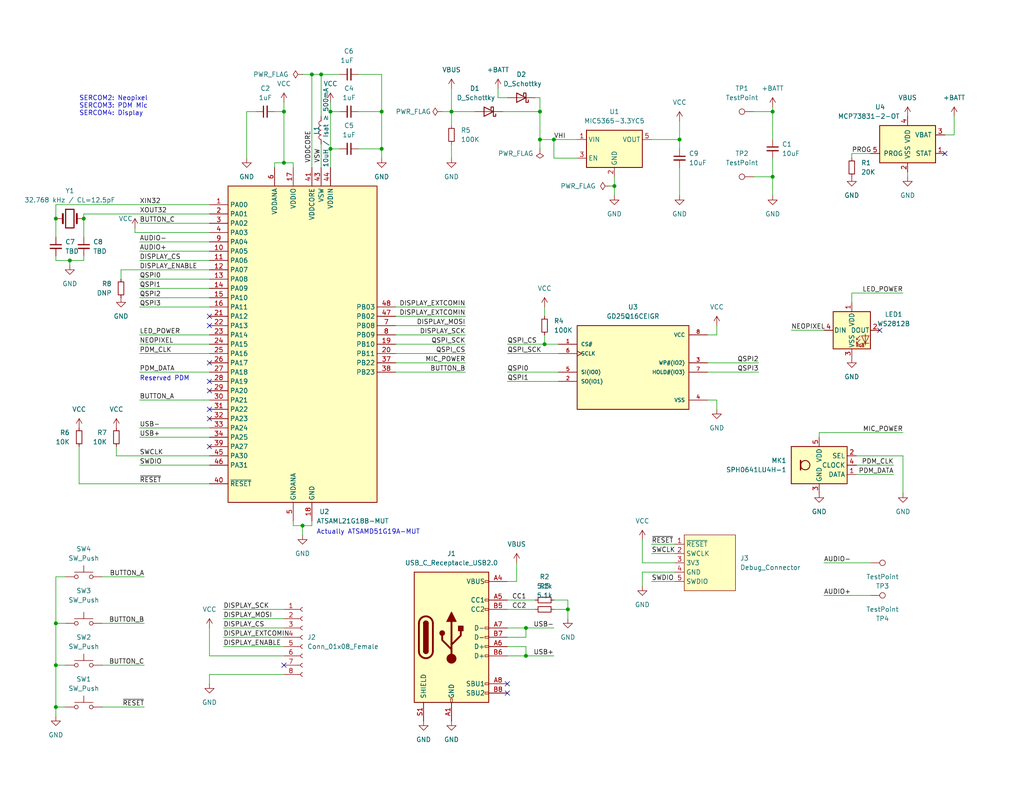
<source format=kicad_sch>
(kicad_sch (version 20211123) (generator eeschema)
  (paper "USLetter")
  (title_block (title "PyPen") (date "2022-03-05") (rev "00") (company "Oddly Specific Objects"))
  (lib_symbols
    (symbol "Battery_Management:MCP73831-2-OT" (pin_names (offset 1.016))
      (property "Reference" "U" (at -7.62 6.35 0))
      (property "Value" "MCP73831-2-OT" (at 1.27 6.35 0))
      (symbol "MCP73831-2-OT_0_1"
        (rectangle (start -7.62 5.08) (end 7.62 -5.08) (stroke (width 0.254)) (fill (type background)))
      )
      (symbol "MCP73831-2-OT_1_1"
        (pin output line (at 10.16 -2.54 180) (length 2.54) (name "STAT") (number "1"))
        (pin power_in line (at 0 -7.62 90) (length 2.54) (name "VSS") (number "2"))
        (pin power_out line (at 10.16 2.54 180) (length 2.54) (name "VBAT") (number "3"))
        (pin power_in line (at 0 7.62 270) (length 2.54) (name "VDD") (number "4"))
        (pin input line (at -10.16 -2.54 0) (length 2.54) (name "PROG") (number "5"))
      )
    )
    (symbol "Connector:Conn_01x08_Female" (pin_names (offset 1.016) hide)
      (property "Reference" "J" (at 0 10.16 0))
      (property "Value" "Conn_01x08_Female" (at 0 -12.7 0))
      (symbol "Conn_01x08_Female_1_1"
        (arc (start 0 -9.652) (mid -0.508 -10.16) (end 0 -10.668) (stroke (width 0.1524)))
        (arc (start 0 -7.112) (mid -0.508 -7.62) (end 0 -8.128) (stroke (width 0.1524)))
        (arc (start 0 -4.572) (mid -0.508 -5.08) (end 0 -5.588) (stroke (width 0.1524)))
        (arc (start 0 -2.032) (mid -0.508 -2.54) (end 0 -3.048) (stroke (width 0.1524)))
        (polyline (pts (xy -1.27 -10.16) (xy -0.508 -10.16)) (stroke (width 0.1524)))
        (polyline (pts (xy -1.27 -7.62) (xy -0.508 -7.62)) (stroke (width 0.1524)))
        (polyline (pts (xy -1.27 -5.08) (xy -0.508 -5.08)) (stroke (width 0.1524)))
        (polyline (pts (xy -1.27 -2.54) (xy -0.508 -2.54)) (stroke (width 0.1524)))
        (polyline (pts (xy -1.27 0) (xy -0.508 0)) (stroke (width 0.1524)))
        (polyline (pts (xy -1.27 2.54) (xy -0.508 2.54)) (stroke (width 0.1524)))
        (polyline (pts (xy -1.27 5.08) (xy -0.508 5.08)) (stroke (width 0.1524)))
        (polyline (pts (xy -1.27 7.62) (xy -0.508 7.62)) (stroke (width 0.1524)))
        (arc (start 0 0.508) (mid -0.508 0) (end 0 -0.508) (stroke (width 0.1524)))
        (arc (start 0 3.048) (mid -0.508 2.54) (end 0 2.032) (stroke (width 0.1524)))
        (arc (start 0 5.588) (mid -0.508 5.08) (end 0 4.572) (stroke (width 0.1524)))
        (arc (start 0 8.128) (mid -0.508 7.62) (end 0 7.112) (stroke (width 0.1524)))
        (pin passive line (at -5.08 7.62 0) (length 3.81) (name "Pin_1") (number "1"))
        (pin passive line (at -5.08 5.08 0) (length 3.81) (name "Pin_2") (number "2"))
        (pin passive line (at -5.08 2.54 0) (length 3.81) (name "Pin_3") (number "3"))
        (pin passive line (at -5.08 0 0) (length 3.81) (name "Pin_4") (number "4"))
        (pin passive line (at -5.08 -2.54 0) (length 3.81) (name "Pin_5") (number "5"))
        (pin passive line (at -5.08 -5.08 0) (length 3.81) (name "Pin_6") (number "6"))
        (pin passive line (at -5.08 -7.62 0) (length 3.81) (name "Pin_7") (number "7"))
        (pin passive line (at -5.08 -10.16 0) (length 3.81) (name "Pin_8") (number "8"))
      )
    )
    (symbol "Connector:TestPoint" (pin_numbers hide) (pin_names (offset 0.762) hide)
      (property "Reference" "TP" (at 0 6.858 0))
      (property "Value" "TestPoint" (at 0 5.08 0))
      (symbol "TestPoint_0_1"
        (circle (center 0 3.302) (radius 0.762))
      )
      (symbol "TestPoint_1_1"
        (pin passive line (at 0 0 90) (length 2.54) (name "1") (number "1"))
      )
    )
    (symbol "Connector:USB_C_Receptacle_USB2.0" (pin_names (offset 1.016))
      (property "Reference" "J" (at -10.16 19.05 0))
      (property "Value" "USB_C_Receptacle_USB2.0" (at 19.05 19.05 0))
      (symbol "USB_C_Receptacle_USB2.0_0_0"
        (rectangle (start -0.254 -17.78) (end 0.254 -16.764))
        (rectangle (start 10.16 -14.986) (end 9.144 -15.494))
        (rectangle (start 10.16 -12.446) (end 9.144 -12.954))
        (rectangle (start 10.16 -4.826) (end 9.144 -5.334))
        (rectangle (start 10.16 -2.286) (end 9.144 -2.794))
        (rectangle (start 10.16 0.254) (end 9.144 -0.254))
        (rectangle (start 10.16 2.794) (end 9.144 2.286))
        (rectangle (start 10.16 7.874) (end 9.144 7.366))
        (rectangle (start 10.16 10.414) (end 9.144 9.906))
        (rectangle (start 10.16 15.494) (end 9.144 14.986))
      )
      (symbol "USB_C_Receptacle_USB2.0_0_1"
        (rectangle (start -10.16 17.78) (end 10.16 -17.78) (stroke (width 0.254)) (fill (type background)))
        (arc (start -8.89 -3.81) (mid -6.985 -5.715) (end -5.08 -3.81) (stroke (width 0.508)))
        (arc (start -7.62 -3.81) (mid -6.985 -4.445) (end -6.35 -3.81) (stroke (width 0.254)))
        (arc (start -7.62 -3.81) (mid -6.985 -4.445) (end -6.35 -3.81) (stroke (width 0.254)) (fill (type outline)))
        (rectangle (start -7.62 -3.81) (end -6.35 3.81) (stroke (width 0.254)) (fill (type outline)))
        (arc (start -6.35 3.81) (mid -6.985 4.445) (end -7.62 3.81) (stroke (width 0.254)))
        (arc (start -6.35 3.81) (mid -6.985 4.445) (end -7.62 3.81) (stroke (width 0.254)) (fill (type outline)))
        (arc (start -5.08 3.81) (mid -6.985 5.715) (end -8.89 3.81) (stroke (width 0.508)))
        (circle (center -2.54 1.143) (radius 0.635) (stroke (width 0.254)) (fill (type outline)))
        (circle (center 0 -5.842) (radius 1.27) (fill (type outline)))
        (polyline (pts (xy -8.89 -3.81) (xy -8.89 3.81)) (stroke (width 0.508)))
        (polyline (pts (xy -5.08 3.81) (xy -5.08 -3.81)) (stroke (width 0.508)))
        (polyline (pts (xy 0 -5.842) (xy 0 4.318)) (stroke (width 0.508)))
        (polyline (pts (xy 0 -3.302) (xy -2.54 -0.762) (xy -2.54 0.508)) (stroke (width 0.508)))
        (polyline (pts (xy 0 -2.032) (xy 2.54 0.508) (xy 2.54 1.778)) (stroke (width 0.508)))
        (polyline (pts (xy -1.27 4.318) (xy 0 6.858) (xy 1.27 4.318) (xy -1.27 4.318)) (stroke (width 0.254)) (fill (type outline)))
        (rectangle (start 1.905 1.778) (end 3.175 3.048) (stroke (width 0.254)) (fill (type outline)))
      )
      (symbol "USB_C_Receptacle_USB2.0_1_1"
        (pin passive line (at 0 -22.86 90) (length 5.08) (name "GND") (number "A1"))
        (pin passive line (at 0 -22.86 90) (length 5.08) hide (name "GND") (number "A12"))
        (pin passive line (at 15.24 15.24 180) (length 5.08) (name "VBUS") (number "A4"))
        (pin bidirectional line (at 15.24 10.16 180) (length 5.08) (name "CC1") (number "A5"))
        (pin bidirectional line (at 15.24 -2.54 180) (length 5.08) (name "D+") (number "A6"))
        (pin bidirectional line (at 15.24 2.54 180) (length 5.08) (name "D-") (number "A7"))
        (pin bidirectional line (at 15.24 -12.7 180) (length 5.08) (name "SBU1") (number "A8"))
        (pin passive line (at 15.24 15.24 180) (length 5.08) hide (name "VBUS") (number "A9"))
        (pin passive line (at 0 -22.86 90) (length 5.08) hide (name "GND") (number "B1"))
        (pin passive line (at 0 -22.86 90) (length 5.08) hide (name "GND") (number "B12"))
        (pin passive line (at 15.24 15.24 180) (length 5.08) hide (name "VBUS") (number "B4"))
        (pin bidirectional line (at 15.24 7.62 180) (length 5.08) (name "CC2") (number "B5"))
        (pin bidirectional line (at 15.24 -5.08 180) (length 5.08) (name "D+") (number "B6"))
        (pin bidirectional line (at 15.24 0 180) (length 5.08) (name "D-") (number "B7"))
        (pin bidirectional line (at 15.24 -15.24 180) (length 5.08) (name "SBU2") (number "B8"))
        (pin passive line (at 15.24 15.24 180) (length 5.08) hide (name "VBUS") (number "B9"))
        (pin passive line (at -7.62 -22.86 90) (length 5.08) (name "SHIELD") (number "S1"))
      )
    )
    (symbol "Device:C_Small" (pin_numbers hide) (pin_names (offset 0.254) hide)
      (property "Reference" "C" (at 0.254 1.778 0))
      (property "Value" "C_Small" (at 0.254 -2.032 0))
      (symbol "C_Small_0_1"
        (polyline (pts (xy -1.524 -0.508) (xy 1.524 -0.508)) (stroke (width 0.3302)))
        (polyline (pts (xy -1.524 0.508) (xy 1.524 0.508)) (stroke (width 0.3048)))
      )
      (symbol "C_Small_1_1"
        (pin passive line (at 0 2.54 270) (length 2.032) (name "~") (number "1"))
        (pin passive line (at 0 -2.54 90) (length 2.032) (name "~") (number "2"))
      )
    )
    (symbol "Device:Crystal" (pin_numbers hide) (pin_names (offset 1.016) hide)
      (property "Reference" "Y" (at 0 3.81 0))
      (property "Value" "Crystal" (at 0 -3.81 0))
      (symbol "Crystal_0_1"
        (rectangle (start -1.143 2.54) (end 1.143 -2.54) (stroke (width 0.3048)))
        (polyline (pts (xy -2.54 0) (xy -1.905 0)))
        (polyline (pts (xy -1.905 -1.27) (xy -1.905 1.27)) (stroke (width 0.508)))
        (polyline (pts (xy 1.905 -1.27) (xy 1.905 1.27)) (stroke (width 0.508)))
        (polyline (pts (xy 2.54 0) (xy 1.905 0)))
      )
      (symbol "Crystal_1_1"
        (pin passive line (at -3.81 0 0) (length 1.27) (name "1") (number "1"))
        (pin passive line (at 3.81 0 180) (length 1.27) (name "2") (number "2"))
      )
    )
    (symbol "Device:D_Schottky" (pin_numbers hide) (pin_names (offset 1.016) hide)
      (property "Reference" "D" (at 0 2.54 0))
      (property "Value" "D_Schottky" (at 0 -2.54 0))
      (symbol "D_Schottky_0_1"
        (polyline (pts (xy 1.27 0) (xy -1.27 0)))
        (polyline (pts (xy 1.27 1.27) (xy 1.27 -1.27) (xy -1.27 0) (xy 1.27 1.27)) (stroke (width 0.254)))
        (polyline (pts (xy -1.905 0.635) (xy -1.905 1.27) (xy -1.27 1.27) (xy -1.27 -1.27) (xy -0.635 -1.27) (xy -0.635 -0.635)) (stroke (width 0.254)))
      )
      (symbol "D_Schottky_1_1"
        (pin passive line (at -3.81 0 0) (length 2.54) (name "K") (number "1"))
        (pin passive line (at 3.81 0 180) (length 2.54) (name "A") (number "2"))
      )
    )
    (symbol "Device:L" (pin_numbers hide) (pin_names (offset 1.016) hide)
      (property "Reference" "L" (at -1.27 0 90))
      (property "Value" "L" (at 1.905 0 90))
      (symbol "L_0_1"
        (arc (start 0 -2.54) (mid 0.635 -1.905) (end 0 -1.27))
        (arc (start 0 -1.27) (mid 0.635 -0.635) (end 0 0))
        (arc (start 0 0) (mid 0.635 0.635) (end 0 1.27))
        (arc (start 0 1.27) (mid 0.635 1.905) (end 0 2.54))
      )
      (symbol "L_1_1"
        (pin passive line (at 0 3.81 270) (length 1.27) (name "1") (number "1"))
        (pin passive line (at 0 -3.81 90) (length 1.27) (name "2") (number "2"))
      )
    )
    (symbol "Device:R_Small" (pin_numbers hide) (pin_names (offset 0.254) hide)
      (property "Reference" "R" (at 0.762 0.508 0))
      (property "Value" "R_Small" (at 0.762 -1.016 0))
      (symbol "R_Small_0_1"
        (rectangle (start -0.762 1.778) (end 0.762 -1.778) (stroke (width 0.2032)))
      )
      (symbol "R_Small_1_1"
        (pin passive line (at 0 2.54 270) (length 0.762) (name "~") (number "1"))
        (pin passive line (at 0 -2.54 90) (length 0.762) (name "~") (number "2"))
      )
    )
    (symbol "GD25Q16CEIGR:GD25Q16CEIGR" (pin_names (offset 1.016))
      (property "Reference" "U" (at -15.24 11.43 0))
      (property "Value" "GD25Q16CEIGR" (at -15.24 -13.97 0))
      (symbol "GD25Q16CEIGR_0_0"
        (rectangle (start -15.24 -12.7) (end 15.24 10.16) (stroke (width 0.254)) (fill (type background)))
        (pin input line (at -20.32 5.08 0) (length 5.08) (name "CS#") (number "1"))
        (pin bidirectional line (at -20.32 -5.08 0) (length 5.08) (name "SO(IO1)") (number "2"))
        (pin bidirectional line (at 20.32 0 180) (length 5.08) (name "WP#(IO2)") (number "3"))
        (pin power_in line (at 20.32 -10.16 180) (length 5.08) (name "VSS") (number "4"))
        (pin bidirectional line (at -20.32 -2.54 0) (length 5.08) (name "SI(IO0)") (number "5"))
        (pin input clock (at -20.32 2.54 0) (length 5.08) (name "SCLK") (number "6"))
        (pin bidirectional line (at 20.32 -2.54 180) (length 5.08) (name "HOLD#(IO3)") (number "7"))
        (pin power_in line (at 20.32 7.62 180) (length 5.08) (name "VCC") (number "8"))
      )
    )
    (symbol "LED:WS2812B" (pin_names (offset 0.254))
      (property "Reference" "D" (at 5.08 5.715 0))
      (property "Value" "WS2812B" (at 1.27 -5.715 0))
      (symbol "WS2812B_0_0"
        (text "RGB" (at 2.286 -4.191 0) (effects (font (size 0.762 0.762))))
      )
      (symbol "WS2812B_0_1"
        (polyline (pts (xy 1.27 -3.556) (xy 1.778 -3.556)))
        (polyline (pts (xy 1.27 -2.54) (xy 1.778 -2.54)))
        (polyline (pts (xy 4.699 -3.556) (xy 2.667 -3.556)))
        (polyline (pts (xy 2.286 -2.54) (xy 1.27 -3.556) (xy 1.27 -3.048)))
        (polyline (pts (xy 2.286 -1.524) (xy 1.27 -2.54) (xy 1.27 -2.032)))
        (polyline (pts (xy 3.683 -1.016) (xy 3.683 -3.556) (xy 3.683 -4.064)))
        (polyline (pts (xy 4.699 -1.524) (xy 2.667 -1.524) (xy 3.683 -3.556) (xy 4.699 -1.524)))
        (rectangle (start 5.08 5.08) (end -5.08 -5.08) (stroke (width 0.254)) (fill (type background)))
      )
      (symbol "WS2812B_1_1"
        (pin power_in line (at 0 7.62 270) (length 2.54) (name "VDD") (number "1"))
        (pin output line (at 7.62 0 180) (length 2.54) (name "DOUT") (number "2"))
        (pin power_in line (at 0 -7.62 90) (length 2.54) (name "VSS") (number "3"))
        (pin input line (at -7.62 0 0) (length 2.54) (name "DIN") (number "4"))
      )
    )
    (symbol "MCU_Microchip_SAML:ATSAML21G18B-MUT"
      (property "Reference" "U" (at -17.78 45.72 0))
      (property "Value" "ATSAML21G18B-MUT" (at -15.24 -45.72 0))
      (symbol "ATSAML21G18B-MUT_0_1"
        (rectangle (start -20.32 43.18) (end 20.32 -43.18) (stroke (width 0.254)) (fill (type background)))
      )
      (symbol "ATSAML21G18B-MUT_1_1"
        (pin bidirectional line (at -25.4 38.1 0) (length 5.08) (name "PA00") (number "1"))
        (pin bidirectional line (at -25.4 25.4 0) (length 5.08) (name "PA05") (number "10"))
        (pin bidirectional line (at -25.4 22.86 0) (length 5.08) (name "PA06") (number "11"))
        (pin bidirectional line (at -25.4 20.32 0) (length 5.08) (name "PA07") (number "12"))
        (pin bidirectional line (at -25.4 17.78 0) (length 5.08) (name "PA08") (number "13"))
        (pin bidirectional line (at -25.4 15.24 0) (length 5.08) (name "PA09") (number "14"))
        (pin bidirectional line (at -25.4 12.7 0) (length 5.08) (name "PA10") (number "15"))
        (pin bidirectional line (at -25.4 10.16 0) (length 5.08) (name "PA11") (number "16"))
        (pin power_in line (at -2.54 48.26 270) (length 5.08) (name "VDDIO") (number "17"))
        (pin power_in line (at 2.54 -48.26 90) (length 5.08) (name "GND") (number "18"))
        (pin bidirectional line (at 25.4 0 180) (length 5.08) (name "PB10") (number "19"))
        (pin bidirectional line (at -25.4 35.56 0) (length 5.08) (name "PA01") (number "2"))
        (pin bidirectional line (at 25.4 -2.54 180) (length 5.08) (name "PB11") (number "20"))
        (pin bidirectional line (at -25.4 7.62 0) (length 5.08) (name "PA12") (number "21"))
        (pin bidirectional line (at -25.4 5.08 0) (length 5.08) (name "PA13") (number "22"))
        (pin bidirectional line (at -25.4 2.54 0) (length 5.08) (name "PA14") (number "23"))
        (pin bidirectional line (at -25.4 0 0) (length 5.08) (name "PA15") (number "24"))
        (pin bidirectional line (at -25.4 -2.54 0) (length 5.08) (name "PA16") (number "25"))
        (pin bidirectional line (at -25.4 -5.08 0) (length 5.08) (name "PA17") (number "26"))
        (pin bidirectional line (at -25.4 -7.62 0) (length 5.08) (name "PA18") (number "27"))
        (pin bidirectional line (at -25.4 -10.16 0) (length 5.08) (name "PA19") (number "28"))
        (pin bidirectional line (at -25.4 -12.7 0) (length 5.08) (name "PA20") (number "29"))
        (pin bidirectional line (at -25.4 33.02 0) (length 5.08) (name "PA02") (number "3"))
        (pin bidirectional line (at -25.4 -15.24 0) (length 5.08) (name "PA21") (number "30"))
        (pin bidirectional line (at -25.4 -17.78 0) (length 5.08) (name "PA22") (number "31"))
        (pin bidirectional line (at -25.4 -20.32 0) (length 5.08) (name "PA23") (number "32"))
        (pin bidirectional line (at -25.4 -22.86 0) (length 5.08) (name "PA24") (number "33"))
        (pin bidirectional line (at -25.4 -25.4 0) (length 5.08) (name "PA25") (number "34"))
        (pin passive line (at 2.54 -48.26 90) (length 5.08) hide (name "GND") (number "35"))
        (pin passive line (at -2.54 48.26 270) (length 5.08) hide (name "VDDIO") (number "36"))
        (pin bidirectional line (at 25.4 -5.08 180) (length 5.08) (name "PB22") (number "37"))
        (pin bidirectional line (at 25.4 -7.62 180) (length 5.08) (name "PB23") (number "38"))
        (pin bidirectional line (at -25.4 -27.94 0) (length 5.08) (name "PA27") (number "39"))
        (pin bidirectional line (at -25.4 30.48 0) (length 5.08) (name "PA03") (number "4"))
        (pin input line (at -25.4 -38.1 0) (length 5.08) (name "~{RESET}") (number "40"))
        (pin power_in line (at 2.54 48.26 270) (length 5.08) (name "VDDCORE") (number "41"))
        (pin passive line (at 2.54 -48.26 90) (length 5.08) hide (name "GND") (number "42"))
        (pin power_out line (at 5.08 48.26 270) (length 5.08) (name "VSW") (number "43"))
        (pin power_in line (at 7.62 48.26 270) (length 5.08) (name "VDDIN") (number "44"))
        (pin bidirectional line (at -25.4 -30.48 0) (length 5.08) (name "PA30") (number "45"))
        (pin bidirectional line (at -25.4 -33.02 0) (length 5.08) (name "PA31") (number "46"))
        (pin bidirectional line (at 25.4 7.62 180) (length 5.08) (name "PB02") (number "47"))
        (pin bidirectional line (at 25.4 10.16 180) (length 5.08) (name "PB03") (number "48"))
        (pin power_in line (at -2.54 -48.26 90) (length 5.08) (name "GNDANA") (number "5"))
        (pin power_in line (at -7.62 48.26 270) (length 5.08) (name "VDDANA") (number "6"))
        (pin bidirectional line (at 25.4 5.08 180) (length 5.08) (name "PB08") (number "7"))
        (pin bidirectional line (at 25.4 2.54 180) (length 5.08) (name "PB09") (number "8"))
        (pin bidirectional line (at -25.4 27.94 0) (length 5.08) (name "PA04") (number "9"))
      )
    )
    (symbol "Oddly_Specific:Debug_Connector" (in_bom no)
      (property "Reference" "J" (at 0 -10.16 0))
      (property "Value" "Debug_Connector" (at 0 8.89 0))
      (symbol "Debug_Connector_0_1"
        (rectangle (start -7.62 7.62) (end 6.35 -7.62) (fill (type background)))
      )
      (symbol "Debug_Connector_1_1"
        (pin bidirectional line (at -10.16 5.08 0) (length 2.54) (name "~{RESET}") (number "1"))
        (pin bidirectional line (at -10.16 2.54 0) (length 2.54) (name "SWCLK") (number "2"))
        (pin power_in line (at -10.16 0 0) (length 2.54) (name "3V3") (number "3"))
        (pin power_in line (at -10.16 -2.54 0) (length 2.54) (name "GND") (number "4"))
        (pin bidirectional line (at -10.16 -5.08 0) (length 2.54) (name "SWDIO") (number "5"))
      )
    )
    (symbol "Regulator_Linear:MIC5365-3.3YC5"
      (property "Reference" "U" (at -6.35 6.35 0))
      (property "Value" "MIC5365-3.3YC5" (at 0 6.35 0))
      (symbol "MIC5365-3.3YC5_0_1"
        (rectangle (start -7.62 -5.08) (end 7.62 5.08) (stroke (width 0.254)) (fill (type background)))
      )
      (symbol "MIC5365-3.3YC5_1_1"
        (pin power_in line (at -10.16 2.54 0) (length 2.54) (name "VIN") (number "1"))
        (pin power_in line (at 0 -7.62 90) (length 2.54) (name "GND") (number "2"))
        (pin input line (at -10.16 -2.54 0) (length 2.54) (name "EN") (number "3"))
        (pin no_connect line (at 7.62 -2.54 180) (length 2.54) hide (name "NC") (number "4"))
        (pin power_out line (at 10.16 2.54 180) (length 2.54) (name "VOUT") (number "5"))
      )
    )
    (symbol "Sensor_Audio:SPH0641LU4H-1"
      (property "Reference" "MK" (at 5.08 6.35 0))
      (property "Value" "SPH0641LU4H-1" (at 8.89 -6.35 0))
      (symbol "SPH0641LU4H-1_1_1"
        (rectangle (start -7.62 5.08) (end 7.62 -5.08) (stroke (width 0.254)) (fill (type background)))
        (circle (center -3.81 0) (radius 1.27) (stroke (width 0.254)))
        (polyline (pts (xy -5.08 1.27) (xy -5.08 -1.27)) (stroke (width 0.381)))
        (pin output line (at 10.16 -2.54 180) (length 2.54) (name "DATA") (number "1"))
        (pin input line (at 10.16 2.54 180) (length 2.54) (name "SEL") (number "2"))
        (pin power_in line (at 0 -7.62 90) (length 2.54) (name "GND") (number "3"))
        (pin input line (at 10.16 0 180) (length 2.54) (name "CLOCK") (number "4"))
        (pin power_in line (at 0 7.62 270) (length 2.54) (name "VDD") (number "5"))
      )
    )
    (symbol "Switch:SW_Push" (pin_numbers hide) (pin_names (offset 1.016) hide)
      (property "Reference" "SW" (at 1.27 2.54 0))
      (property "Value" "SW_Push" (at 0 -1.524 0))
      (symbol "SW_Push_0_1"
        (circle (center -2.032 0) (radius 0.508))
        (polyline (pts (xy 0 1.27) (xy 0 3.048)))
        (polyline (pts (xy 2.54 1.27) (xy -2.54 1.27)))
        (circle (center 2.032 0) (radius 0.508))
        (pin passive line (at -5.08 0 0) (length 2.54) (name "1") (number "1"))
        (pin passive line (at 5.08 0 180) (length 2.54) (name "2") (number "2"))
      )
    )
    (symbol "power:+BATT" (power) (pin_names (offset 0))
      (property "Value" "+BATT" (at 0 3.556 0))
      (symbol "+BATT_0_1"
        (polyline (pts (xy -0.762 1.27) (xy 0 2.54)))
        (polyline (pts (xy 0 0) (xy 0 2.54)))
        (polyline (pts (xy 0 2.54) (xy 0.762 1.27)))
      )
      (symbol "+BATT_1_1"
        (pin power_in line (at 0 0 90) (length 0) hide (name "+BATT") (number "1"))
      )
    )
    (symbol "power:GND" (power) (pin_names (offset 0))
      (property "Value" "GND" (at 0 -3.81 0))
      (symbol "GND_0_1"
        (polyline (pts (xy 0 0) (xy 0 -1.27) (xy 1.27 -1.27) (xy 0 -2.54) (xy -1.27 -1.27) (xy 0 -1.27)))
      )
      (symbol "GND_1_1"
        (pin power_in line (at 0 0 270) (length 0) hide (name "GND") (number "1"))
      )
    )
    (symbol "power:PWR_FLAG" (power) (pin_numbers hide) (pin_names (offset 0) hide)
      (property "Value" "PWR_FLAG" (at 0 3.81 0))
      (symbol "PWR_FLAG_0_0"
        (pin power_out line (at 0 0 90) (length 0) (name "pwr") (number "1"))
      )
      (symbol "PWR_FLAG_0_1"
        (polyline (pts (xy 0 0) (xy 0 1.27) (xy -1.016 1.905) (xy 0 2.54) (xy 1.016 1.905) (xy 0 1.27)))
      )
    )
    (symbol "power:VBUS" (power) (pin_names (offset 0))
      (property "Value" "VBUS" (at 0 3.81 0))
      (symbol "VBUS_0_1"
        (polyline (pts (xy -0.762 1.27) (xy 0 2.54)))
        (polyline (pts (xy 0 0) (xy 0 2.54)))
        (polyline (pts (xy 0 2.54) (xy 0.762 1.27)))
      )
      (symbol "VBUS_1_1"
        (pin power_in line (at 0 0 90) (length 0) hide (name "VBUS") (number "1"))
      )
    )
    (symbol "power:VCC" (power) (pin_names (offset 0))
      (property "Value" "VCC" (at 0 3.81 0))
      (symbol "VCC_0_1"
        (polyline (pts (xy -0.762 1.27) (xy 0 2.54)))
        (polyline (pts (xy 0 0) (xy 0 2.54)))
        (polyline (pts (xy 0 2.54) (xy 0.762 1.27)))
      )
      (symbol "VCC_1_1"
        (pin power_in line (at 0 0 90) (length 0) hide (name "VCC") (number "1"))
      )
    )
  )
  (junction (at 15.24 193.04))
  (junction (at 148.59 93.98))
  (junction (at 147.32 30.48))
  (junction (at 85.09 20.32))
  (junction (at 104.14 30.48))
  (junction (at 154.94 166.37))
  (junction (at 167.64 50.8))
  (junction (at 210.82 30.48))
  (junction (at 15.24 59.69))
  (junction (at 15.24 181.61))
  (junction (at 19.05 71.12))
  (junction (at 123.19 30.48))
  (junction (at 143.51 179.07))
  (junction (at 147.32 38.1))
  (junction (at 87.63 20.32))
  (junction (at 22.86 59.69))
  (junction (at 185.42 38.1))
  (junction (at 104.14 40.64))
  (junction (at 90.17 40.64))
  (junction (at 143.51 171.45))
  (junction (at 82.55 143.51))
  (junction (at 151.13 38.1))
  (junction (at 15.24 170.18))
  (junction (at 77.47 44.45))
  (junction (at 210.82 48.26))
  (junction (at 77.47 30.48))
  (junction (at 90.17 30.48))
  (no_connect (at 57.15 121.92))
  (no_connect (at 57.15 99.06))
  (no_connect (at 257.81 41.91))
  (no_connect (at 57.15 114.3))
  (no_connect (at 57.15 86.36))
  (no_connect (at 57.15 104.14))
  (no_connect (at 138.43 189.23))
  (no_connect (at 138.43 186.69))
  (no_connect (at 77.47 181.61))
  (no_connect (at 57.15 88.9))
  (no_connect (at 57.15 111.76))
  (no_connect (at 57.15 106.68))
  (no_connect (at 240.03 90.17))
  (wire (pts (xy 246.38 80.01) (xy 232.41 80.01)))
  (wire (pts (xy 38.1 93.98) (xy 57.15 93.98)))
  (wire (pts (xy 154.94 163.83) (xy 154.94 166.37)))
  (wire (pts (xy 15.24 71.12) (xy 19.05 71.12)))
  (wire (pts (xy 223.52 118.11) (xy 246.38 118.11)))
  (wire (pts (xy 27.94 170.18) (xy 39.37 170.18)))
  (wire (pts (xy 22.86 59.69) (xy 22.86 64.77)))
  (wire (pts (xy 82.55 20.32) (xy 85.09 20.32)))
  (wire (pts (xy 148.59 93.98) (xy 152.4 93.98)))
  (wire (pts (xy 151.13 43.18) (xy 151.13 38.1)))
  (wire (pts (xy 57.15 58.42) (xy 22.86 58.42)))
  (wire (pts (xy 21.59 121.92) (xy 21.59 132.08)))
  (wire (pts (xy 138.43 163.83) (xy 146.05 163.83)))
  (wire (pts (xy 85.09 20.32) (xy 87.63 20.32)))
  (wire (pts (xy 67.31 30.48) (xy 67.31 43.18)))
  (wire (pts (xy 167.64 53.34) (xy 167.64 50.8)))
  (wire (pts (xy 38.1 91.44) (xy 57.15 91.44)))
  (wire (pts (xy 246.38 124.46) (xy 246.38 134.62)))
  (wire (pts (xy 193.04 99.06) (xy 207.01 99.06)))
  (wire (pts (xy 143.51 176.53) (xy 143.51 179.07)))
  (wire (pts (xy 138.43 104.14) (xy 152.4 104.14)))
  (wire (pts (xy 90.17 30.48) (xy 92.71 30.48)))
  (wire (pts (xy 232.41 41.91) (xy 237.49 41.91)))
  (wire (pts (xy 107.95 86.36) (xy 127 86.36)))
  (wire (pts (xy 38.1 116.84) (xy 57.15 116.84)))
  (wire (pts (xy 135.89 24.13) (xy 135.89 26.67)))
  (wire (pts (xy 57.15 101.6) (xy 38.1 101.6)))
  (wire (pts (xy 15.24 170.18) (xy 15.24 181.61)))
  (wire (pts (xy 233.68 124.46) (xy 246.38 124.46)))
  (wire (pts (xy 185.42 53.34) (xy 185.42 45.72)))
  (wire (pts (xy 148.59 91.44) (xy 148.59 93.98)))
  (wire (pts (xy 138.43 93.98) (xy 148.59 93.98)))
  (wire (pts (xy 57.15 184.15) (xy 77.47 184.15)))
  (wire (pts (xy 57.15 96.52) (xy 38.1 96.52)))
  (wire (pts (xy 38.1 127) (xy 57.15 127)))
  (wire (pts (xy 57.15 179.07) (xy 77.47 179.07)))
  (wire (pts (xy 127 101.6) (xy 107.95 101.6)))
  (wire (pts (xy 154.94 166.37) (xy 154.94 168.91)))
  (wire (pts (xy 135.89 26.67) (xy 138.43 26.67)))
  (wire (pts (xy 27.94 181.61) (xy 39.37 181.61)))
  (wire (pts (xy 80.01 45.72) (xy 80.01 44.45)))
  (wire (pts (xy 237.49 162.56) (xy 224.79 162.56)))
  (wire (pts (xy 233.68 129.54) (xy 243.84 129.54)))
  (wire (pts (xy 138.43 158.75) (xy 140.97 158.75)))
  (wire (pts (xy 27.94 193.04) (xy 39.37 193.04)))
  (wire (pts (xy 38.1 119.38) (xy 57.15 119.38)))
  (wire (pts (xy 147.32 30.48) (xy 147.32 38.1)))
  (wire (pts (xy 247.65 48.26) (xy 247.65 46.99)))
  (wire (pts (xy 177.8 151.13) (xy 184.15 151.13)))
  (wire (pts (xy 36.83 62.23) (xy 36.83 63.5)))
  (wire (pts (xy 195.58 109.22) (xy 195.58 111.76)))
  (wire (pts (xy 260.35 36.83) (xy 260.35 31.75)))
  (wire (pts (xy 22.86 58.42) (xy 22.86 59.69)))
  (wire (pts (xy 15.24 193.04) (xy 17.78 193.04)))
  (wire (pts (xy 127 99.06) (xy 107.95 99.06)))
  (wire (pts (xy 147.32 38.1) (xy 151.13 38.1)))
  (wire (pts (xy 60.96 173.99) (xy 77.47 173.99)))
  (wire (pts (xy 38.1 60.96) (xy 57.15 60.96)))
  (wire (pts (xy 138.43 173.99) (xy 143.51 173.99)))
  (wire (pts (xy 175.26 153.67) (xy 175.26 147.32)))
  (wire (pts (xy 21.59 132.08) (xy 57.15 132.08)))
  (wire (pts (xy 60.96 166.37) (xy 77.47 166.37)))
  (wire (pts (xy 97.79 40.64) (xy 104.14 40.64)))
  (wire (pts (xy 157.48 43.18) (xy 151.13 43.18)))
  (wire (pts (xy 38.1 76.2) (xy 57.15 76.2)))
  (wire (pts (xy 184.15 156.21) (xy 175.26 156.21)))
  (wire (pts (xy 123.19 24.13) (xy 123.19 30.48)))
  (wire (pts (xy 97.79 30.48) (xy 104.14 30.48)))
  (wire (pts (xy 146.05 26.67) (xy 147.32 26.67)))
  (wire (pts (xy 60.96 171.45) (xy 77.47 171.45)))
  (wire (pts (xy 107.95 93.98) (xy 127 93.98)))
  (wire (pts (xy 177.8 38.1) (xy 185.42 38.1)))
  (wire (pts (xy 210.82 48.26) (xy 210.82 53.34)))
  (wire (pts (xy 151.13 166.37) (xy 154.94 166.37)))
  (wire (pts (xy 232.41 82.55) (xy 232.41 80.01)))
  (wire (pts (xy 107.95 91.44) (xy 127 91.44)))
  (wire (pts (xy 143.51 179.07) (xy 151.13 179.07)))
  (wire (pts (xy 77.47 44.45) (xy 74.93 44.45)))
  (wire (pts (xy 138.43 96.52) (xy 152.4 96.52)))
  (wire (pts (xy 138.43 171.45) (xy 143.51 171.45)))
  (wire (pts (xy 120.65 30.48) (xy 123.19 30.48)))
  (wire (pts (xy 57.15 81.28) (xy 38.1 81.28)))
  (wire (pts (xy 177.8 148.59) (xy 184.15 148.59)))
  (wire (pts (xy 17.78 157.48) (xy 15.24 157.48)))
  (wire (pts (xy 90.17 30.48) (xy 90.17 40.64)))
  (wire (pts (xy 123.19 30.48) (xy 129.54 30.48)))
  (wire (pts (xy 22.86 69.85) (xy 22.86 71.12)))
  (wire (pts (xy 57.15 184.15) (xy 57.15 186.69)))
  (wire (pts (xy 87.63 39.37) (xy 87.63 45.72)))
  (wire (pts (xy 82.55 143.51) (xy 80.01 143.51)))
  (wire (pts (xy 223.52 119.38) (xy 223.52 118.11)))
  (wire (pts (xy 38.1 78.74) (xy 57.15 78.74)))
  (wire (pts (xy 104.14 30.48) (xy 104.14 40.64)))
  (wire (pts (xy 15.24 195.58) (xy 15.24 193.04)))
  (wire (pts (xy 22.86 71.12) (xy 19.05 71.12)))
  (wire (pts (xy 185.42 33.02) (xy 185.42 38.1)))
  (wire (pts (xy 85.09 143.51) (xy 82.55 143.51)))
  (wire (pts (xy 157.48 38.1) (xy 151.13 38.1)))
  (wire (pts (xy 193.04 109.22) (xy 195.58 109.22)))
  (wire (pts (xy 74.93 30.48) (xy 77.47 30.48)))
  (wire (pts (xy 27.94 157.48) (xy 39.37 157.48)))
  (wire (pts (xy 232.41 43.18) (xy 232.41 41.91)))
  (wire (pts (xy 17.78 181.61) (xy 15.24 181.61)))
  (wire (pts (xy 184.15 153.67) (xy 175.26 153.67)))
  (wire (pts (xy 166.37 50.8) (xy 167.64 50.8)))
  (wire (pts (xy 82.55 143.51) (xy 82.55 146.05)))
  (wire (pts (xy 210.82 30.48) (xy 210.82 38.1)))
  (wire (pts (xy 147.32 26.67) (xy 147.32 30.48)))
  (wire (pts (xy 85.09 20.32) (xy 85.09 45.72)))
  (wire (pts (xy 31.75 121.92) (xy 31.75 124.46)))
  (wire (pts (xy 195.58 91.44) (xy 195.58 88.9)))
  (wire (pts (xy 123.19 30.48) (xy 123.19 34.29)))
  (wire (pts (xy 90.17 27.94) (xy 90.17 30.48)))
  (wire (pts (xy 143.51 173.99) (xy 143.51 171.45)))
  (wire (pts (xy 127 83.82) (xy 107.95 83.82)))
  (wire (pts (xy 31.75 124.46) (xy 57.15 124.46)))
  (wire (pts (xy 87.63 20.32) (xy 87.63 31.75)))
  (wire (pts (xy 74.93 44.45) (xy 74.93 45.72)))
  (wire (pts (xy 77.47 27.94) (xy 77.47 30.48)))
  (wire (pts (xy 147.32 38.1) (xy 147.32 40.64)))
  (wire (pts (xy 17.78 170.18) (xy 15.24 170.18)))
  (wire (pts (xy 57.15 171.45) (xy 57.15 179.07)))
  (wire (pts (xy 90.17 40.64) (xy 90.17 45.72)))
  (wire (pts (xy 104.14 40.64) (xy 104.14 43.18)))
  (wire (pts (xy 33.02 73.66) (xy 57.15 73.66)))
  (wire (pts (xy 57.15 55.88) (xy 15.24 55.88)))
  (wire (pts (xy 36.83 63.5) (xy 57.15 63.5)))
  (wire (pts (xy 177.8 158.75) (xy 184.15 158.75)))
  (wire (pts (xy 138.43 101.6) (xy 152.4 101.6)))
  (wire (pts (xy 167.64 50.8) (xy 167.64 48.26)))
  (wire (pts (xy 137.16 30.48) (xy 147.32 30.48)))
  (wire (pts (xy 138.43 166.37) (xy 146.05 166.37)))
  (wire (pts (xy 143.51 171.45) (xy 151.13 171.45)))
  (wire (pts (xy 107.95 96.52) (xy 127 96.52)))
  (wire (pts (xy 215.9 90.17) (xy 224.79 90.17)))
  (wire (pts (xy 138.43 179.07) (xy 143.51 179.07)))
  (wire (pts (xy 205.74 48.26) (xy 210.82 48.26)))
  (wire (pts (xy 233.68 127) (xy 243.84 127)))
  (wire (pts (xy 210.82 43.18) (xy 210.82 48.26)))
  (wire (pts (xy 60.96 168.91) (xy 77.47 168.91)))
  (wire (pts (xy 33.02 76.2) (xy 33.02 73.66)))
  (wire (pts (xy 104.14 20.32) (xy 104.14 30.48)))
  (wire (pts (xy 38.1 68.58) (xy 57.15 68.58)))
  (wire (pts (xy 205.74 30.48) (xy 210.82 30.48)))
  (wire (pts (xy 210.82 29.21) (xy 210.82 30.48)))
  (wire (pts (xy 60.96 176.53) (xy 77.47 176.53)))
  (wire (pts (xy 15.24 181.61) (xy 15.24 193.04)))
  (wire (pts (xy 15.24 69.85) (xy 15.24 71.12)))
  (wire (pts (xy 80.01 44.45) (xy 77.47 44.45)))
  (wire (pts (xy 257.81 36.83) (xy 260.35 36.83)))
  (wire (pts (xy 107.95 88.9) (xy 127 88.9)))
  (wire (pts (xy 77.47 30.48) (xy 77.47 44.45)))
  (wire (pts (xy 123.19 43.18) (xy 123.19 39.37)))
  (wire (pts (xy 97.79 20.32) (xy 104.14 20.32)))
  (wire (pts (xy 90.17 40.64) (xy 92.71 40.64)))
  (wire (pts (xy 138.43 176.53) (xy 143.51 176.53)))
  (wire (pts (xy 237.49 153.67) (xy 224.79 153.67)))
  (wire (pts (xy 80.01 143.51) (xy 80.01 142.24)))
  (wire (pts (xy 57.15 83.82) (xy 38.1 83.82)))
  (wire (pts (xy 38.1 71.12) (xy 57.15 71.12)))
  (wire (pts (xy 175.26 156.21) (xy 175.26 160.02)))
  (wire (pts (xy 15.24 59.69) (xy 15.24 64.77)))
  (wire (pts (xy 69.85 30.48) (xy 67.31 30.48)))
  (wire (pts (xy 140.97 158.75) (xy 140.97 153.67)))
  (wire (pts (xy 19.05 71.12) (xy 19.05 72.39)))
  (wire (pts (xy 148.59 83.82) (xy 148.59 86.36)))
  (wire (pts (xy 38.1 66.04) (xy 57.15 66.04)))
  (wire (pts (xy 38.1 109.22) (xy 57.15 109.22)))
  (wire (pts (xy 193.04 91.44) (xy 195.58 91.44)))
  (wire (pts (xy 15.24 55.88) (xy 15.24 59.69)))
  (wire (pts (xy 87.63 20.32) (xy 92.71 20.32)))
  (wire (pts (xy 151.13 163.83) (xy 154.94 163.83)))
  (wire (pts (xy 193.04 101.6) (xy 207.01 101.6)))
  (wire (pts (xy 185.42 38.1) (xy 185.42 40.64)))
  (wire (pts (xy 15.24 170.18) (xy 15.24 157.48)))
  (wire (pts (xy 85.09 142.24) (xy 85.09 143.51)))
  (text "SERCOM2: Neopixel\nSERCOM3: PDM Mic\nSERCOM4: Display\n" (at 21.59 31.75 0) (effects (font (size 1.27 1.27)) (justify left bottom)))
  (text "Actually ATSAMD51G19A-MUT" (at 86.36 146.05 0) (effects (font (size 1.27 1.27)) (justify left bottom)))
  (text "Reserved PDM" (at 38.1 104.14 0) (effects (font (size 1.27 1.27)) (justify left bottom)))
  (label "USB-" (at 38.1 116.84 0))
  (label "PDM_DATA" (at 243.84 129.54 180))
  (label "USB+" (at 151.13 179.07 180))
  (label "~{RESET}" (at 38.1 132.08 0))
  (label "LED_POWER" (at 38.1 91.44 0))
  (label "VHI" (at 151.13 38.1 0))
  (label "BUTTON_B" (at 127 101.6 180))
  (label "QSPI0" (at 38.1 76.2 0))
  (label "MIC_POWER" (at 127 99.06 180))
  (label "CC1" (at 139.7 163.83 0))
  (label "PROG" (at 232.41 41.91 0))
  (label "BUTTON_B" (at 39.37 170.18 180))
  (label "PDM_DATA" (at 38.1 101.6 0))
  (label "SWCLK" (at 38.1 124.46 0))
  (label "AUDIO-" (at 224.79 153.67 0))
  (label "QSPI1" (at 138.43 104.14 0))
  (label "QSPI3" (at 38.1 83.82 0))
  (label "DISPLAY_MOSI" (at 60.96 168.91 0))
  (label "QSPI3" (at 207.01 101.6 180))
  (label "QSPI2" (at 207.01 99.06 180))
  (label "XIN32" (at 38.1 55.88 0))
  (label "QSPI2" (at 38.1 81.28 0))
  (label "DISPLAY_CS" (at 60.96 171.45 0))
  (label "NEOPIXEL" (at 38.1 93.98 0))
  (label "QSPI_CS" (at 138.43 93.98 0))
  (label "VDDCORE" (at 85.09 44.45 90))
  (label "PDM_CLK" (at 38.1 96.52 0))
  (label "AUDIO+" (at 224.79 162.56 0))
  (label "DISPLAY_SCK" (at 127 91.44 180))
  (label "BUTTON_A" (at 39.37 157.48 180))
  (label "QSPI_SCK" (at 127 93.98 180))
  (label "MIC_POWER" (at 246.38 118.11 180))
  (label "USB-" (at 151.13 171.45 180))
  (label "CC2" (at 139.7 166.37 0))
  (label "DISPLAY_ENABLE" (at 60.96 176.53 0))
  (label "SWCLK" (at 177.8 151.13 0))
  (label "~{RESET}" (at 177.8 148.59 0))
  (label "SWDIO" (at 38.1 127 0))
  (label "DISPLAY_EXTCOMIN" (at 60.96 173.99 0))
  (label "LED_POWER" (at 246.38 80.01 180))
  (label "PDM_CLK" (at 243.84 127 180))
  (label "USB+" (at 38.1 119.38 0))
  (label "QSPI0" (at 138.43 101.6 0))
  (label "BUTTON_C" (at 38.1 60.96 0))
  (label "SWDIO" (at 177.8 158.75 0))
  (label "DISPLAY_SCK" (at 60.96 166.37 0))
  (label "DISPLAY_CS" (at 38.1 71.12 0))
  (label "BUTTON_A" (at 38.1 109.22 0))
  (label "DISPLAY_ENABLE" (at 38.1 73.66 0))
  (label "~{RESET}" (at 39.37 193.04 180))
  (label "AUDIO+" (at 38.1 68.58 0))
  (label "DISPLAY_EXTCOMIN" (at 127 83.82 180))
  (label "NEOPIXEL" (at 215.9 90.17 0))
  (label "DISPLAY_EXTCOMIN" (at 127 86.36 180))
  (label "QSPI_SCK" (at 138.43 96.52 0))
  (label "DISPLAY_MOSI" (at 127 88.9 180))
  (label "QSPI_CS" (at 127 96.52 180))
  (label "BUTTON_C" (at 39.37 181.61 180))
  (label "XOUT32" (at 38.1 58.42 0))
  (label "AUDIO-" (at 38.1 66.04 0))
  (label "VSW" (at 87.63 44.45 90))
  (label "QSPI1" (at 38.1 78.74 0))
  (symbol (lib_id "Regulator_Linear:MIC5365-3.3YC5") (at 167.64 40.64 0) (unit 1)
    (property "Reference" "U1" (at 167.64 30.48 0))
    (property "Value" "MIC5365-3.3YC5" (at 167.64 33.02 0))
    (property "Footprint" "Package_TO_SOT_SMD:SOT-353_SC-70-5" (effects hide))
    (property "Datasheet" "http://ww1.microchip.com/downloads/en/DeviceDoc/mic5365.pdf" (effects hide))
  )
  (symbol (lib_id "Device:R_Small") (at 148.59 166.37 90) (unit 1)
    (property "Reference" "R3" (at 148.59 160.02 90))
    (property "Value" "5.1k" (at 148.59 162.56 90))
    (property "Footprint" "Resistor_SMD:R_0603_1608Metric" (effects hide))
  )
  (symbol (lib_id "power:+BATT") (at 260.35 31.75 0) (unit 1)
    (property "Reference" "#PWR0129" (effects hide))
    (property "Value" "+BATT" (at 260.35 26.67 0))
  )
  (symbol (lib_id "Battery_Management:MCP73831-2-OT") (at 247.65 39.37 0) (unit 1)
    (property "Reference" "U4" (at 238.76 29.21 0) (effects (justify left)))
    (property "Value" "MCP73831-2-OT" (at 228.6 31.75 0) (effects (justify left)))
    (property "Footprint" "Package_TO_SOT_SMD:SOT-23-5" (effects hide))
    (property "Datasheet" "http://ww1.microchip.com/downloads/en/DeviceDoc/20001984g.pdf" (effects hide))
  )
  (symbol (lib_id "Device:Crystal") (at 19.05 59.69 0) (unit 1)
    (property "Reference" "Y1" (at 19.05 52.07 0))
    (property "Value" "32.768 kHz / CL=12.5pF" (at 19.05 54.61 0))
    (property "Footprint" "Crystal:Crystal_SMD_2012-2Pin_2.0x1.2mm" (effects hide))
  )
  (symbol (lib_id "power:VCC") (at 21.59 116.84 0) (unit 1)
    (property "Reference" "#PWR0135" (effects hide))
    (property "Value" "VCC" (at 21.59 111.76 0))
  )
  (symbol (lib_id "power:GND") (at 15.24 195.58 0) (unit 1)
    (property "Reference" "#PWR0101" (effects hide))
    (property "Value" "GND" (at 15.24 200.66 0))
  )
  (symbol (lib_id "Connector:TestPoint") (at 205.74 48.26 90) (unit 1)
    (property "Reference" "TP2" (at 202.438 41.91 90))
    (property "Value" "TestPoint" (at 202.438 44.45 90))
    (property "Footprint" "TestPoint:TestPoint_Keystone_5019_Minature" (effects hide))
  )
  (symbol (lib_id "power:PWR_FLAG") (at 166.37 50.8 90) (unit 1)
    (property "Reference" "#FLG0102" (effects hide))
    (property "Value" "PWR_FLAG" (at 162.56 50.7999 90) (effects (justify left)))
  )
  (symbol (lib_id "power:GND") (at 104.14 43.18 0) (unit 1)
    (property "Reference" "#PWR0109" (effects hide))
    (property "Value" "GND" (at 104.14 48.26 0))
  )
  (symbol (lib_id "power:GND") (at 123.19 196.85 0) (unit 1)
    (property "Reference" "#PWR0112" (effects hide))
    (property "Value" "GND" (at 123.19 201.93 0))
  )
  (symbol (lib_id "power:VCC") (at 90.17 27.94 0) (unit 1)
    (property "Reference" "#PWR0114" (effects hide))
    (property "Value" "VCC" (at 90.17 22.86 0))
  )
  (symbol (lib_id "power:VCC") (at 57.15 171.45 0) (unit 1)
    (property "Reference" "#PWR0117" (effects hide))
    (property "Value" "VCC" (at 57.15 166.37 0))
  )
  (symbol (lib_id "power:VCC") (at 36.83 62.23 0) (unit 1)
    (property "Reference" "#PWR0122" (effects hide))
    (property "Value" "VCC" (at 34.29 59.69 0))
  )
  (symbol (lib_id "Device:C_Small") (at 72.39 30.48 90) (unit 1)
    (property "Reference" "C2" (at 72.3963 24.13 90))
    (property "Value" "1uF" (at 72.3963 26.67 90))
    (property "Footprint" "Capacitor_SMD:C_0603_1608Metric" (effects hide))
  )
  (symbol (lib_id "Connector:Conn_01x08_Female") (at 82.55 173.99 0) (unit 1)
    (property "Reference" "J2" (at 83.82 173.9899 0) (effects (justify left)))
    (property "Value" "Conn_01x08_Female" (at 83.82 176.5299 0) (effects (justify left)))
    (property "Footprint" "Connector_FFC-FPC:TE_0-1734839-8_1x08-1MP_P0.5mm_Horizontal" (effects hide))
  )
  (symbol (lib_id "power:GND") (at 247.65 48.26 0) (unit 1)
    (property "Reference" "#PWR0126" (effects hide))
    (property "Value" "GND" (at 247.65 53.34 0))
  )
  (symbol (lib_id "Device:D_Schottky") (at 142.24 26.67 180) (unit 1)
    (property "Reference" "D2" (at 142.24 20.32 0))
    (property "Value" "D_Schottky" (at 142.5575 22.86 0))
    (property "Footprint" "Diode_SMD:D_SOD-323" (effects hide))
  )
  (symbol (lib_id "power:VBUS") (at 140.97 153.67 0) (unit 1)
    (property "Reference" "#PWR0113" (effects hide))
    (property "Value" "VBUS" (at 140.97 148.59 0))
  )
  (symbol (lib_id "power:GND") (at 195.58 111.76 0) (unit 1)
    (property "Reference" "#PWR0121" (effects hide))
    (property "Value" "GND" (at 195.58 116.84 0))
  )
  (symbol (lib_id "GD25Q16CEIGR:GD25Q16CEIGR") (at 172.72 99.06 0) (unit 1)
    (property "Reference" "U3" (at 172.72 83.82 0))
    (property "Value" "GD25Q16CEIGR" (at 172.72 86.36 0))
    (property "Footprint" "SPI_Flash:PSON50P200X300X50-9N" (effects hide))
    (property "MANUFACTURER" "GigaDevice" (effects hide))
    (property "PARTREV" "3.0" (effects hide))
    (property "STANDARD" "IPC 7351B" (effects hide))
    (property "MAXIMUM_PACKAGE_HEIGHT" "0.5 mm" (effects hide))
  )
  (symbol (lib_id "power:GND") (at 154.94 168.91 0) (unit 1)
    (property "Reference" "#PWR0115" (effects hide))
    (property "Value" "GND" (at 154.94 173.99 0))
  )
  (symbol (lib_id "power:GND") (at 232.41 97.79 0) (unit 1)
    (property "Reference" "#PWR0108" (effects hide))
    (property "Value" "GND" (at 232.41 102.87 0))
  )
  (symbol (lib_id "Switch:SW_Push") (at 22.86 181.61 0) (unit 1)
    (property "Reference" "SW2" (at 22.86 173.99 0))
    (property "Value" "SW_Push" (at 22.86 176.53 0))
    (property "Footprint" "Button_Switch_SMD:SW_Push_1P1T_NO_CK_KMR2" (effects hide))
  )
  (symbol (lib_id "Device:C_Small") (at 210.82 40.64 0) (unit 1)
    (property "Reference" "C1" (at 213.36 39.3762 0) (effects (justify left)))
    (property "Value" "10uF" (at 213.36 41.9162 0) (effects (justify left)))
    (property "Footprint" "Capacitor_SMD:C_0603_1608Metric" (effects hide))
  )
  (symbol (lib_id "Device:R_Small") (at 123.19 36.83 180) (unit 1)
    (property "Reference" "R5" (at 125.73 35.5599 0) (effects (justify right)))
    (property "Value" "100K" (at 125.73 38.0999 0) (effects (justify right)))
    (property "Footprint" "Resistor_SMD:R_0603_1608Metric" (effects hide))
  )
  (symbol (lib_id "Device:R_Small") (at 232.41 45.72 180) (unit 1)
    (property "Reference" "R1" (at 234.95 44.4499 0) (effects (justify right)))
    (property "Value" "20K" (at 234.95 46.9899 0) (effects (justify right)))
    (property "Footprint" "Resistor_SMD:R_0603_1608Metric" (effects hide))
  )
  (symbol (lib_id "power:GND") (at 167.64 53.34 0) (unit 1)
    (property "Reference" "#PWR0119" (effects hide))
    (property "Value" "GND" (at 167.64 58.42 0))
  )
  (symbol (lib_id "power:VCC") (at 185.42 33.02 0) (unit 1)
    (property "Reference" "#PWR0132" (effects hide))
    (property "Value" "VCC" (at 185.42 27.94 0))
  )
  (symbol (lib_id "power:+BATT") (at 135.89 24.13 0) (unit 1)
    (property "Reference" "#PWR0123" (effects hide))
    (property "Value" "+BATT" (at 135.89 19.05 0))
  )
  (symbol (lib_id "power:PWR_FLAG") (at 82.55 20.32 90) (unit 1)
    (property "Reference" "#FLG0105" (effects hide))
    (property "Value" "PWR_FLAG" (at 78.74 20.3199 90) (effects (justify left)))
  )
  (symbol (lib_id "Device:C_Small") (at 95.25 30.48 270) (unit 1)
    (property "Reference" "C4" (at 95.2436 24.13 90))
    (property "Value" "1uF" (at 95.2436 26.67 90))
    (property "Footprint" "Capacitor_SMD:C_0603_1608Metric" (effects hide))
  )
  (symbol (lib_id "Device:C_Small") (at 95.25 20.32 90) (unit 1)
    (property "Reference" "C6" (at 96.52 13.97 90) (effects (justify left)))
    (property "Value" "1uF" (at 96.52 16.51 90) (effects (justify left)))
    (property "Footprint" "Capacitor_SMD:C_0603_1608Metric" (effects hide))
  )
  (symbol (lib_id "LED:WS2812B") (at 232.41 90.17 0) (unit 1)
    (property "Reference" "LED1" (at 243.84 85.8393 0))
    (property "Value" "WS2812B" (at 243.84 88.3793 0))
    (property "Footprint" "LED_SMD:LED_WS2812B_2.0x2.0mm" (effects hide))
    (property "Datasheet" "https://cdn-shop.adafruit.com/datasheets/WS2812B.pdf" (effects hide))
  )
  (symbol (lib_id "power:GND") (at 19.05 72.39 0) (unit 1)
    (property "Reference" "#PWR0102" (effects hide))
    (property "Value" "GND" (at 19.05 77.47 0))
  )
  (symbol (lib_id "Oddly_Specific:Debug_Connector") (at 194.31 153.67 0) (unit 1) (in_bom no)
    (property "Reference" "J3" (at 201.93 152.3999 0) (effects (justify left)))
    (property "Value" "Debug_Connector" (at 201.93 154.9399 0) (effects (justify left)))
    (property "Footprint" "Oddly_Specific:Debug_Connector_Stacked" (effects hide))
  )
  (symbol (lib_id "Device:C_Small") (at 185.42 43.18 0) (unit 1)
    (property "Reference" "C9" (at 187.96 41.9162 0) (effects (justify left)))
    (property "Value" "10uF" (at 187.96 44.4562 0) (effects (justify left)))
    (property "Footprint" "Capacitor_SMD:C_0603_1608Metric" (effects hide))
  )
  (symbol (lib_id "Sensor_Audio:SPH0641LU4H-1") (at 223.52 127 0) (unit 1)
    (property "Reference" "MK1" (at 214.63 125.7299 0) (effects (justify right)))
    (property "Value" "SPH0641LU4H-1" (at 214.63 128.2699 0) (effects (justify right)))
    (property "Footprint" "Sensor_Audio:Knowles_LGA-5_3.5x2.65mm" (effects hide))
    (property "Datasheet" "https://www.knowles.com/docs/default-source/model-downloads/sph0641lu4h-1-revb.pdf" (effects hide))
  )
  (symbol (lib_id "power:PWR_FLAG") (at 120.65 30.48 90) (unit 1)
    (property "Reference" "#FLG0103" (effects hide))
    (property "Value" "PWR_FLAG" (at 107.95 30.48 90) (effects (justify right)))
  )
  (symbol (lib_id "Device:R_Small") (at 148.59 163.83 90) (unit 1)
    (property "Reference" "R2" (at 148.59 157.48 90))
    (property "Value" "5.1k" (at 148.59 160.02 90))
    (property "Footprint" "Resistor_SMD:R_0603_1608Metric" (effects hide))
  )
  (symbol (lib_id "power:VCC") (at 195.58 88.9 0) (unit 1)
    (property "Reference" "#PWR0103" (effects hide))
    (property "Value" "VCC" (at 195.58 83.82 0))
  )
  (symbol (lib_id "power:VBUS") (at 247.65 31.75 0) (unit 1)
    (property "Reference" "#PWR0128" (effects hide))
    (property "Value" "VBUS" (at 247.65 26.67 0))
  )
  (symbol (lib_id "Switch:SW_Push") (at 22.86 193.04 0) (unit 1)
    (property "Reference" "SW1" (at 22.86 185.42 0))
    (property "Value" "SW_Push" (at 22.86 187.96 0))
    (property "Footprint" "Button_Switch_SMD:Panasonic_EVQPUJ_EVQPUA" (effects hide))
  )
  (symbol (lib_id "power:VCC") (at 31.75 116.84 0) (unit 1)
    (property "Reference" "#PWR0137" (effects hide))
    (property "Value" "VCC" (at 31.75 111.76 0))
  )
  (symbol (lib_id "Switch:SW_Push") (at 22.86 170.18 0) (unit 1)
    (property "Reference" "SW3" (at 22.86 161.29 0))
    (property "Value" "SW_Push" (at 22.86 163.83 0))
    (property "Footprint" "Button_Switch_SMD:SW_Push_1P1T_NO_CK_KMR2" (effects hide))
  )
  (symbol (lib_id "power:VCC") (at 175.26 147.32 0) (unit 1)
    (property "Reference" "#PWR0111" (effects hide))
    (property "Value" "VCC" (at 175.26 142.24 0))
  )
  (symbol (lib_id "power:VCC") (at 148.59 83.82 0) (unit 1)
    (property "Reference" "#PWR0106" (effects hide))
    (property "Value" "VCC" (at 148.59 78.74 0))
  )
  (symbol (lib_id "power:GND") (at 33.02 81.28 0) (unit 1)
    (property "Reference" "#PWR0136" (effects hide))
    (property "Value" "GND" (at 33.02 86.36 0))
  )
  (symbol (lib_id "power:GND") (at 246.38 134.62 0) (unit 1)
    (property "Reference" "#PWR0133" (effects hide))
    (property "Value" "GND" (at 246.38 139.7 0))
  )
  (symbol (lib_id "Device:L") (at 87.63 35.56 180) (unit 1)
    (property "Reference" "L1" (at 86.36 36.83 90) (effects (justify right)))
    (property "Value" "10uH / Isat ≥ 500mA" (at 88.9 45.72 90) (effects (justify right)))
    (property "Footprint" "Inductor_SMD:L_0805_2012Metric" (effects hide))
  )
  (symbol (lib_id "power:GND") (at 185.42 53.34 0) (unit 1)
    (property "Reference" "#PWR0134" (effects hide))
    (property "Value" "GND" (at 185.42 58.42 0))
  )
  (symbol (lib_id "power:GND") (at 57.15 186.69 0) (unit 1)
    (property "Reference" "#PWR0104" (effects hide))
    (property "Value" "GND" (at 57.15 191.77 0))
  )
  (symbol (lib_id "Device:R_Small") (at 33.02 78.74 0) (mirror x) (unit 1)
    (property "Reference" "R8" (at 30.48 77.4699 0) (effects (justify right)))
    (property "Value" "DNP" (at 30.48 80.0099 0) (effects (justify right)))
    (property "Footprint" "Resistor_SMD:R_0603_1608Metric" (effects hide))
  )
  (symbol (lib_id "power:VBUS") (at 123.19 24.13 0) (unit 1)
    (property "Reference" "#PWR0130" (effects hide))
    (property "Value" "VBUS" (at 123.19 19.05 0))
  )
  (symbol (lib_id "power:+BATT") (at 210.82 29.21 0) (unit 1)
    (property "Reference" "#PWR0124" (effects hide))
    (property "Value" "+BATT" (at 210.82 24.13 0))
  )
  (symbol (lib_id "Device:C_Small") (at 22.86 67.31 0) (unit 1)
    (property "Reference" "C8" (at 25.4 66.0462 0) (effects (justify left)))
    (property "Value" "TBD" (at 25.4 68.5862 0) (effects (justify left)))
    (property "Footprint" "Capacitor_SMD:C_0603_1608Metric" (effects hide))
  )
  (symbol (lib_id "power:GND") (at 232.41 48.26 0) (unit 1)
    (property "Reference" "#PWR0127" (effects hide))
    (property "Value" "GND" (at 232.41 53.34 0))
  )
  (symbol (lib_id "power:GND") (at 82.55 146.05 0) (unit 1)
    (property "Reference" "#PWR0107" (effects hide))
    (property "Value" "GND" (at 82.55 151.13 0))
  )
  (symbol (lib_id "Device:R_Small") (at 148.59 88.9 180) (unit 1)
    (property "Reference" "R4" (at 151.13 87.6299 0) (effects (justify right)))
    (property "Value" "100K" (at 151.13 90.1699 0) (effects (justify right)))
    (property "Footprint" "Resistor_SMD:R_0603_1608Metric" (effects hide))
  )
  (symbol (lib_id "Device:C_Small") (at 15.24 67.31 0) (unit 1)
    (property "Reference" "C7" (at 17.78 66.0462 0) (effects (justify left)))
    (property "Value" "TBD" (at 17.78 68.5862 0) (effects (justify left)))
    (property "Footprint" "Capacitor_SMD:C_0603_1608Metric" (effects hide))
  )
  (symbol (lib_id "Device:R_Small") (at 31.75 119.38 0) (mirror x) (unit 1)
    (property "Reference" "R7" (at 29.21 118.1099 0) (effects (justify right)))
    (property "Value" "10K" (at 29.21 120.6499 0) (effects (justify right)))
    (property "Footprint" "Resistor_SMD:R_0603_1608Metric" (effects hide))
  )
  (symbol (lib_id "power:GND") (at 223.52 134.62 0) (unit 1)
    (property "Reference" "#PWR0131" (effects hide))
    (property "Value" "GND" (at 223.52 139.7 0))
  )
  (symbol (lib_id "Switch:SW_Push") (at 22.86 157.48 0) (unit 1)
    (property "Reference" "SW4" (at 22.86 149.86 0))
    (property "Value" "SW_Push" (at 22.86 152.4 0))
    (property "Footprint" "Button_Switch_SMD:SW_Push_1P1T_NO_CK_KMR2" (effects hide))
  )
  (symbol (lib_id "power:VCC") (at 77.47 27.94 0) (unit 1)
    (property "Reference" "#PWR0120" (effects hide))
    (property "Value" "VCC" (at 77.47 22.86 0))
  )
  (symbol (lib_id "power:GND") (at 123.19 43.18 0) (unit 1)
    (property "Reference" "#PWR0116" (effects hide))
    (property "Value" "GND" (at 123.19 48.26 0))
  )
  (symbol (lib_id "power:GND") (at 115.57 196.85 0) (unit 1)
    (property "Reference" "#PWR0110" (effects hide))
    (property "Value" "GND" (at 115.57 201.93 0))
  )
  (symbol (lib_id "power:GND") (at 210.82 53.34 0) (unit 1)
    (property "Reference" "#PWR0125" (effects hide))
    (property "Value" "GND" (at 210.82 58.42 0))
  )
  (symbol (lib_id "Connector:TestPoint") (at 237.49 162.56 270) (unit 1)
    (property "Reference" "TP4" (at 240.792 168.91 90))
    (property "Value" "TestPoint" (at 240.792 166.37 90))
    (property "Footprint" "TestPoint:TestPoint_Pad_D1.0mm" (effects hide))
  )
  (symbol (lib_id "Connector:TestPoint") (at 237.49 153.67 270) (unit 1)
    (property "Reference" "TP3" (at 240.792 160.02 90))
    (property "Value" "TestPoint" (at 240.792 157.48 90))
    (property "Footprint" "TestPoint:TestPoint_Pad_D1.0mm" (effects hide))
  )
  (symbol (lib_id "power:GND") (at 175.26 160.02 0) (unit 1)
    (property "Reference" "#PWR0118" (effects hide))
    (property "Value" "GND" (at 175.26 165.1 0))
  )
  (symbol (lib_id "power:PWR_FLAG") (at 147.32 40.64 180) (unit 1)
    (property "Reference" "#FLG0101" (effects hide))
    (property "Value" "PWR_FLAG" (at 135.89 41.91 0) (effects (justify right)))
  )
  (symbol (lib_id "power:GND") (at 67.31 43.18 0) (unit 1)
    (property "Reference" "#PWR0105" (effects hide))
    (property "Value" "GND" (at 67.31 48.26 0))
  )
  (symbol (lib_id "Connector:TestPoint") (at 205.74 30.48 90) (unit 1)
    (property "Reference" "TP1" (at 202.438 24.13 90))
    (property "Value" "TestPoint" (at 202.438 26.67 90))
    (property "Footprint" "TestPoint:TestPoint_Keystone_5019_Minature" (effects hide))
  )
  (symbol (lib_id "Device:R_Small") (at 21.59 119.38 0) (mirror x) (unit 1)
    (property "Reference" "R6" (at 19.05 118.1099 0) (effects (justify right)))
    (property "Value" "10K" (at 19.05 120.6499 0) (effects (justify right)))
    (property "Footprint" "Resistor_SMD:R_0603_1608Metric" (effects hide))
  )
  (symbol (lib_id "Device:D_Schottky") (at 133.35 30.48 180) (unit 1)
    (property "Reference" "D1" (at 129.54 24.13 0))
    (property "Value" "D_Schottky" (at 129.8575 26.67 0))
    (property "Footprint" "Diode_SMD:D_SOD-323" (effects hide))
  )
  (symbol (lib_id "MCU_Microchip_SAML:ATSAML21G18B-MUT") (at 82.55 93.98 0) (unit 1)
    (property "Reference" "U2" (at 87.1094 139.7 0) (effects (justify left)))
    (property "Value" "ATSAML21G18B-MUT" (at 86.36 142.24 0) (effects (justify left)))
    (property "Footprint" "Package_DFN_QFN:QFN-48-1EP_7x7mm_P0.5mm_EP5.15x5.15mm" (effects hide))
    (property "Datasheet" "http://ww1.microchip.com/downloads/en/DeviceDoc/60001477A.pdf" (effects hide))
  )
  (symbol (lib_id "Connector:USB_C_Receptacle_USB2.0") (at 123.19 173.99 0) (unit 1)
    (property "Reference" "J1" (at 123.19 151.13 0))
    (property "Value" "USB_C_Receptacle_USB2.0" (at 123.19 153.67 0))
    (property "Footprint" "Connector_USB:USB_C_Receptacle_HRO_TYPE-C-31-M-12" (effects hide))
    (property "Datasheet" "https://www.usb.org/sites/default/files/documents/usb_type-c.zip" (effects hide))
  )
  (symbol (lib_id "Device:C_Small") (at 95.25 40.64 270) (unit 1)
    (property "Reference" "C5" (at 95.2436 34.29 90))
    (property "Value" "1uF" (at 95.2436 36.83 90))
    (property "Footprint" "Capacitor_SMD:C_0603_1608Metric" (effects hide))
  )
)
</source>
